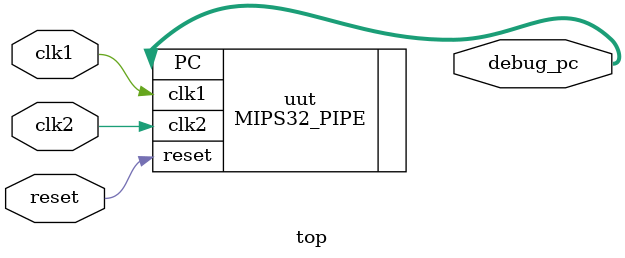
<source format=v>
`timescale 1ns / 1ps


module top(
    input clk1,
    input clk2,
    input reset,
    output [31:0] debug_pc
);

MIPS32_PIPE uut (
    .clk1(clk1),
    .clk2(clk2),
    .reset(reset),
    .PC(debug_pc)
);

endmodule


</source>
